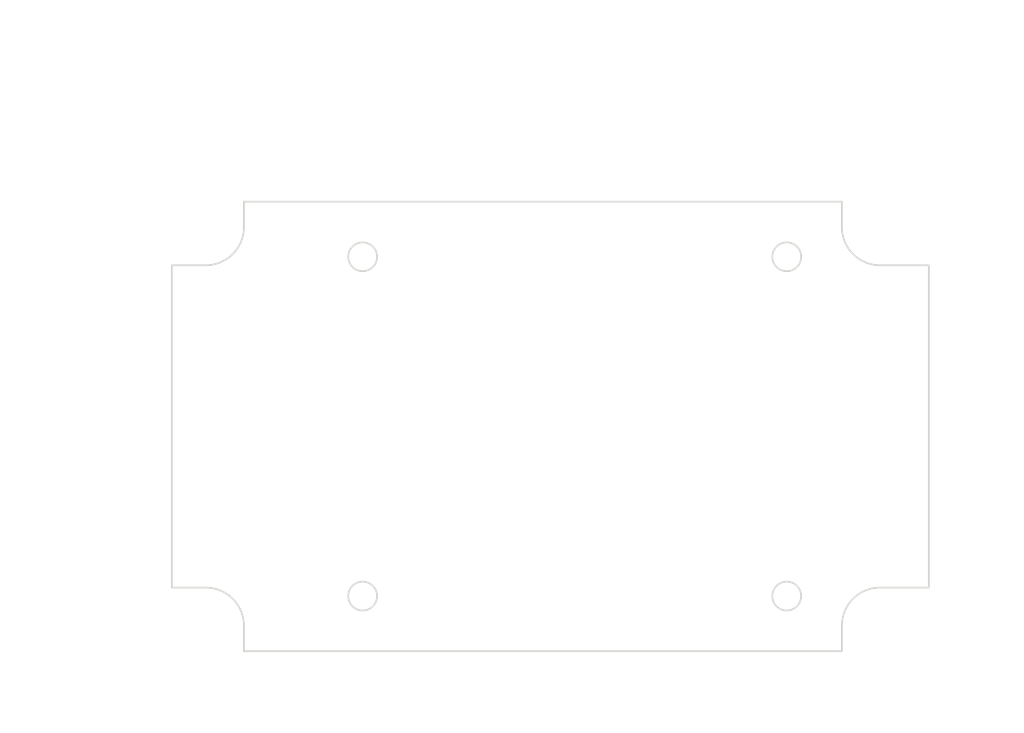
<source format=kicad_pcb>
(kicad_pcb (version 20171130) (host pcbnew "(5.1.0)-1")

  (general
    (thickness 1.6)
    (drawings 78)
    (tracks 0)
    (zones 0)
    (modules 0)
    (nets 1)
  )

  (page A4)
  (layers
    (0 F.Cu signal)
    (31 B.Cu signal)
    (32 B.Adhes user)
    (33 F.Adhes user)
    (34 B.Paste user)
    (35 F.Paste user)
    (36 B.SilkS user)
    (37 F.SilkS user)
    (38 B.Mask user)
    (39 F.Mask user)
    (40 Dwgs.User user)
    (41 Cmts.User user)
    (42 Eco1.User user)
    (43 Eco2.User user)
    (44 Edge.Cuts user)
    (45 Margin user)
    (46 B.CrtYd user)
    (47 F.CrtYd user)
    (48 B.Fab user)
    (49 F.Fab user)
  )

  (setup
    (last_trace_width 0.25)
    (trace_clearance 0.2)
    (zone_clearance 0.508)
    (zone_45_only no)
    (trace_min 0.2)
    (via_size 0.8)
    (via_drill 0.4)
    (via_min_size 0.4)
    (via_min_drill 0.3)
    (uvia_size 0.3)
    (uvia_drill 0.1)
    (uvias_allowed no)
    (uvia_min_size 0.2)
    (uvia_min_drill 0.1)
    (edge_width 0.05)
    (segment_width 0.2)
    (pcb_text_width 0.3)
    (pcb_text_size 1.5 1.5)
    (mod_edge_width 0.12)
    (mod_text_size 1 1)
    (mod_text_width 0.15)
    (pad_size 1.524 1.524)
    (pad_drill 0.762)
    (pad_to_mask_clearance 0.051)
    (solder_mask_min_width 0.25)
    (aux_axis_origin 0 0)
    (visible_elements FFFFFF7F)
    (pcbplotparams
      (layerselection 0x010fc_ffffffff)
      (usegerberextensions false)
      (usegerberattributes false)
      (usegerberadvancedattributes false)
      (creategerberjobfile false)
      (excludeedgelayer true)
      (linewidth 0.152400)
      (plotframeref false)
      (viasonmask false)
      (mode 1)
      (useauxorigin false)
      (hpglpennumber 1)
      (hpglpenspeed 20)
      (hpglpendiameter 15.000000)
      (psnegative false)
      (psa4output false)
      (plotreference true)
      (plotvalue true)
      (plotinvisibletext false)
      (padsonsilk false)
      (subtractmaskfromsilk false)
      (outputformat 1)
      (mirror false)
      (drillshape 1)
      (scaleselection 1)
      (outputdirectory ""))
  )

  (net 0 "")

  (net_class Default "This is the default net class."
    (clearance 0.2)
    (trace_width 0.25)
    (via_dia 0.8)
    (via_drill 0.4)
    (uvia_dia 0.3)
    (uvia_drill 0.1)
  )

  (gr_circle (center 180.998737 120.866121) (end 182.698737 120.866121) (layer Edge.Cuts) (width 0.2))
  (gr_circle (center 130.998737 120.866121) (end 132.698737 120.866121) (layer Edge.Cuts) (width 0.2))
  (gr_circle (center 130.998737 80.866121) (end 132.698737 80.866121) (layer Edge.Cuts) (width 0.2))
  (gr_circle (center 180.998737 80.866121) (end 182.698737 80.866121) (layer Edge.Cuts) (width 0.2))
  (gr_line (start 187.498737 127.366121) (end 116.998737 127.366121) (layer Edge.Cuts) (width 0.2))
  (gr_line (start 187.498737 124.366121) (end 187.498737 127.366121) (layer Edge.Cuts) (width 0.2))
  (gr_arc (start 191.998737 124.366121) (end 191.998737 119.866121) (angle -90) (layer Edge.Cuts) (width 0.2))
  (gr_line (start 197.748737 119.866121) (end 191.998737 119.866121) (layer Edge.Cuts) (width 0.2))
  (gr_line (start 197.748737 81.866121) (end 197.748737 119.866121) (layer Edge.Cuts) (width 0.2))
  (gr_line (start 191.998737 81.866121) (end 197.748737 81.866121) (layer Edge.Cuts) (width 0.2))
  (gr_arc (start 191.998737 77.366121) (end 187.498737 77.366121) (angle -90) (layer Edge.Cuts) (width 0.2))
  (gr_line (start 187.498737 74.366121) (end 187.498737 77.366121) (layer Edge.Cuts) (width 0.2))
  (gr_line (start 116.998737 74.366121) (end 187.498737 74.366121) (layer Edge.Cuts) (width 0.2))
  (gr_line (start 116.998737 124.366121) (end 116.998737 127.366121) (layer Edge.Cuts) (width 0.2))
  (gr_line (start 108.498737 119.866121) (end 112.498737 119.866121) (layer Edge.Cuts) (width 0.2))
  (gr_arc (start 112.498737 124.366121) (end 116.998737 124.366121) (angle -90) (layer Edge.Cuts) (width 0.2))
  (gr_line (start 116.998737 74.366121) (end 116.998737 77.366121) (layer Edge.Cuts) (width 0.2))
  (gr_arc (start 112.498737 77.366121) (end 112.498737 81.866121) (angle -90) (layer Edge.Cuts) (width 0.2))
  (gr_line (start 112.498737 81.866121) (end 108.498737 81.866121) (layer Edge.Cuts) (width 0.2))
  (gr_line (start 108.498737 81.866121) (end 108.498737 119.866121) (layer Edge.Cuts) (width 0.2))
  (gr_line (start 180.998737 120.956121) (end 180.998737 120.776121) (layer Dwgs.User) (width 0.2))
  (gr_line (start 180.908737 120.866121) (end 181.088737 120.866121) (layer Dwgs.User) (width 0.2))
  (gr_text " ∅3.40\n[∅0.13]" (at 204.201766 134.295851) (layer Dwgs.User)
    (effects (font (size 1.7 1.53) (thickness 0.2125)))
  )
  (gr_line (start 197.664897 134.295851) (end 183.879771 123.187682) (layer Dwgs.User) (width 0.2))
  (gr_line (start 199.664897 134.295851) (end 197.664897 134.295851) (layer Dwgs.User) (width 0.2))
  (gr_text [R0.18] (at 204.305367 128.513974) (layer Dwgs.User)
    (effects (font (size 1.7 1.53) (thickness 0.2125)))
  )
  (gr_text " R4.50" (at 204.305367 124.956538) (layer Dwgs.User)
    (effects (font (size 1.7 1.53) (thickness 0.2125)))
  )
  (gr_line (start 197.834596 126.624512) (end 189.66723 123.463862) (layer Dwgs.User) (width 0.2))
  (gr_line (start 199.834596 126.624512) (end 197.834596 126.624512) (layer Dwgs.User) (width 0.2))
  (gr_text [1.50] (at 203.565881 102.755582) (layer Dwgs.User)
    (effects (font (size 1.7 1.53) (thickness 0.2125)))
  )
  (gr_text " 38.00" (at 203.565881 99.197567) (layer Dwgs.User)
    (effects (font (size 1.7 1.53) (thickness 0.2125)))
  )
  (gr_line (start 203.565881 117.866121) (end 203.565881 104.424136) (layer Dwgs.User) (width 0.2))
  (gr_line (start 203.565881 83.866121) (end 203.565881 97.308106) (layer Dwgs.User) (width 0.2))
  (gr_line (start 198.748737 119.866121) (end 206.740881 119.866121) (layer Dwgs.User) (width 0.2))
  (gr_line (start 198.748737 81.866121) (end 206.740881 81.866121) (layer Dwgs.User) (width 0.2))
  (gr_text [2.78] (at 152.248737 134.291987) (layer Dwgs.User)
    (effects (font (size 1.7 1.53) (thickness 0.2125)))
  )
  (gr_text " 70.50" (at 152.248737 130.734552) (layer Dwgs.User)
    (effects (font (size 1.7 1.53) (thickness 0.2125)))
  )
  (gr_line (start 118.998737 132.402526) (end 148.204126 132.402526) (layer Dwgs.User) (width 0.2))
  (gr_line (start 185.498737 132.402526) (end 156.293349 132.402526) (layer Dwgs.User) (width 0.2))
  (gr_line (start 116.998737 128.366121) (end 116.998737 135.577526) (layer Dwgs.User) (width 0.2))
  (gr_line (start 187.498737 128.366121) (end 187.498737 135.577526) (layer Dwgs.User) (width 0.2))
  (gr_text [.89] (at 119.748737 69.291631) (layer Dwgs.User)
    (effects (font (size 1.7 1.53) (thickness 0.2125)))
  )
  (gr_text " 22.50" (at 119.748737 65.734196) (layer Dwgs.User)
    (effects (font (size 1.7 1.53) (thickness 0.2125)))
  )
  (gr_line (start 128.998737 67.40217) (end 123.793349 67.40217) (layer Dwgs.User) (width 0.2))
  (gr_line (start 110.498737 67.40217) (end 115.704126 67.40217) (layer Dwgs.User) (width 0.2))
  (gr_line (start 130.998737 79.866121) (end 130.998737 64.22717) (layer Dwgs.User) (width 0.2))
  (gr_line (start 108.498737 80.866121) (end 108.498737 64.22717) (layer Dwgs.User) (width 0.2))
  (gr_text [1.97] (at 155.998737 69.291631) (layer Dwgs.User)
    (effects (font (size 1.7 1.53) (thickness 0.2125)))
  )
  (gr_text " 50.00" (at 155.998737 65.734196) (layer Dwgs.User)
    (effects (font (size 1.7 1.53) (thickness 0.2125)))
  )
  (gr_line (start 178.998737 67.40217) (end 160.043349 67.40217) (layer Dwgs.User) (width 0.2))
  (gr_line (start 132.998737 67.40217) (end 151.954126 67.40217) (layer Dwgs.User) (width 0.2))
  (gr_line (start 180.998737 79.866121) (end 180.998737 64.22717) (layer Dwgs.User) (width 0.2))
  (gr_line (start 130.998737 79.866121) (end 130.998737 64.22717) (layer Dwgs.User) (width 0.2))
  (gr_text [1.57] (at 100.998737 102.755582) (layer Dwgs.User)
    (effects (font (size 1.7 1.53) (thickness 0.2125)))
  )
  (gr_text " 40.00" (at 100.998737 99.198147) (layer Dwgs.User)
    (effects (font (size 1.7 1.53) (thickness 0.2125)))
  )
  (gr_line (start 100.998737 118.866121) (end 100.998737 104.423556) (layer Dwgs.User) (width 0.2))
  (gr_line (start 100.998737 82.866121) (end 100.998737 97.308686) (layer Dwgs.User) (width 0.2))
  (gr_line (start 129.998737 120.866121) (end 97.823737 120.866121) (layer Dwgs.User) (width 0.2))
  (gr_line (start 129.998737 80.866121) (end 97.823737 80.866121) (layer Dwgs.User) (width 0.2))
  (gr_text [.26] (at 100.998737 70.28325) (layer Dwgs.User)
    (effects (font (size 1.7 1.53) (thickness 0.2125)))
  )
  (gr_text " 6.50" (at 100.998737 66.725814) (layer Dwgs.User)
    (effects (font (size 1.7 1.53) (thickness 0.2125)))
  )
  (gr_line (start 95.614529 68.393788) (end 97.614529 68.393788) (layer Dwgs.User) (width 0.2))
  (gr_line (start 95.614529 74.366121) (end 95.614529 68.393788) (layer Dwgs.User) (width 0.2))
  (gr_line (start 95.614529 78.866121) (end 95.614529 76.366121) (layer Dwgs.User) (width 0.2))
  (gr_line (start 129.998737 80.866121) (end 92.439529 80.866121) (layer Dwgs.User) (width 0.2))
  (gr_line (start 115.998737 74.366121) (end 92.439529 74.366121) (layer Dwgs.User) (width 0.2))
  (gr_text [2.09] (at 92.270424 102.755582) (layer Dwgs.User)
    (effects (font (size 1.7 1.53) (thickness 0.2125)))
  )
  (gr_text " 53.00" (at 92.270424 99.197567) (layer Dwgs.User)
    (effects (font (size 1.7 1.53) (thickness 0.2125)))
  )
  (gr_line (start 92.270424 125.366121) (end 92.270424 104.424136) (layer Dwgs.User) (width 0.2))
  (gr_line (start 92.270424 76.366121) (end 92.270424 97.308106) (layer Dwgs.User) (width 0.2))
  (gr_line (start 115.998737 127.366121) (end 89.095424 127.366121) (layer Dwgs.User) (width 0.2))
  (gr_line (start 115.998737 74.366121) (end 89.095424 74.366121) (layer Dwgs.User) (width 0.2))
  (gr_text [3.51] (at 153.123737 55.755582) (layer Dwgs.User)
    (effects (font (size 1.7 1.53) (thickness 0.2125)))
  )
  (gr_text " 89.25" (at 153.123737 52.198147) (layer Dwgs.User)
    (effects (font (size 1.7 1.53) (thickness 0.2125)))
  )
  (gr_line (start 110.498737 53.866121) (end 149.069849 53.866121) (layer Dwgs.User) (width 0.2))
  (gr_line (start 195.748737 53.866121) (end 157.177626 53.866121) (layer Dwgs.User) (width 0.2))
  (gr_line (start 108.498737 80.866121) (end 108.498737 50.691121) (layer Dwgs.User) (width 0.2))
  (gr_line (start 197.748737 80.866121) (end 197.748737 50.691121) (layer Dwgs.User) (width 0.2))

)

</source>
